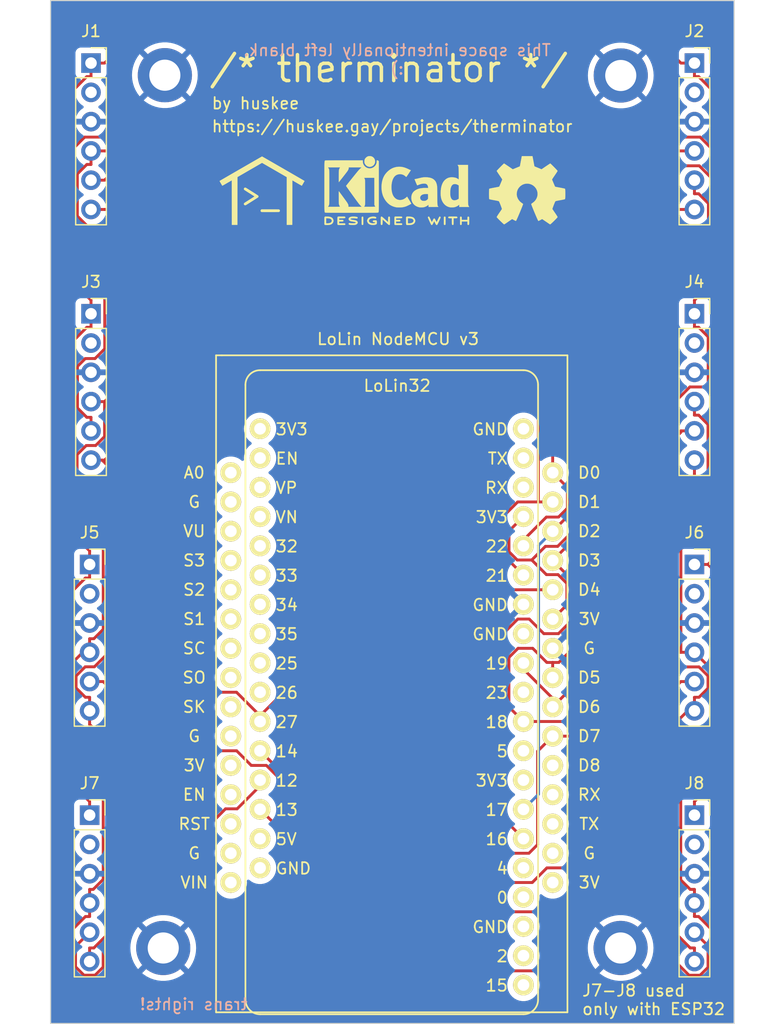
<source format=kicad_pcb>
(kicad_pcb (version 20221018) (generator pcbnew)

  (general
    (thickness 1.6)
  )

  (paper "A4")
  (title_block
    (title "therminator")
    (date "2023-12-25")
    (rev "v1")
    (company "huskee")
  )

  (layers
    (0 "F.Cu" signal)
    (31 "B.Cu" signal)
    (32 "B.Adhes" user "B.Adhesive")
    (33 "F.Adhes" user "F.Adhesive")
    (34 "B.Paste" user)
    (35 "F.Paste" user)
    (36 "B.SilkS" user "B.Silkscreen")
    (37 "F.SilkS" user "F.Silkscreen")
    (38 "B.Mask" user)
    (39 "F.Mask" user)
    (40 "Dwgs.User" user "User.Drawings")
    (41 "Cmts.User" user "User.Comments")
    (42 "Eco1.User" user "User.Eco1")
    (43 "Eco2.User" user "User.Eco2")
    (44 "Edge.Cuts" user)
    (45 "Margin" user)
    (46 "B.CrtYd" user "B.Courtyard")
    (47 "F.CrtYd" user "F.Courtyard")
    (48 "B.Fab" user)
    (49 "F.Fab" user)
    (50 "User.1" user)
    (51 "User.2" user)
    (52 "User.3" user)
    (53 "User.4" user)
    (54 "User.5" user)
    (55 "User.6" user)
    (56 "User.7" user)
    (57 "User.8" user)
    (58 "User.9" user)
  )

  (setup
    (stackup
      (layer "F.SilkS" (type "Top Silk Screen"))
      (layer "F.Paste" (type "Top Solder Paste"))
      (layer "F.Mask" (type "Top Solder Mask") (thickness 0.01))
      (layer "F.Cu" (type "copper") (thickness 0.035))
      (layer "dielectric 1" (type "core") (thickness 1.51) (material "FR4") (epsilon_r 4.5) (loss_tangent 0.02))
      (layer "B.Cu" (type "copper") (thickness 0.035))
      (layer "B.Mask" (type "Bottom Solder Mask") (thickness 0.01))
      (layer "B.Paste" (type "Bottom Solder Paste"))
      (layer "B.SilkS" (type "Bottom Silk Screen"))
      (copper_finish "None")
      (dielectric_constraints no)
    )
    (pad_to_mask_clearance 0)
    (aux_axis_origin 106.91 47.5)
    (pcbplotparams
      (layerselection 0x00010fc_ffffffff)
      (plot_on_all_layers_selection 0x0000000_00000000)
      (disableapertmacros false)
      (usegerberextensions false)
      (usegerberattributes true)
      (usegerberadvancedattributes true)
      (creategerberjobfile true)
      (dashed_line_dash_ratio 12.000000)
      (dashed_line_gap_ratio 3.000000)
      (svgprecision 4)
      (plotframeref false)
      (viasonmask false)
      (mode 1)
      (useauxorigin false)
      (hpglpennumber 1)
      (hpglpenspeed 20)
      (hpglpendiameter 15.000000)
      (dxfpolygonmode true)
      (dxfimperialunits true)
      (dxfusepcbnewfont true)
      (psnegative false)
      (psa4output false)
      (plotreference true)
      (plotvalue true)
      (plotinvisibletext false)
      (sketchpadsonfab false)
      (subtractmaskfromsilk false)
      (outputformat 1)
      (mirror false)
      (drillshape 1)
      (scaleselection 1)
      (outputdirectory "")
    )
  )

  (net 0 "")
  (net 1 "/3V3")
  (net 2 "unconnected-(J1-Pin_2-Pad2)")
  (net 3 "/GND")
  (net 4 "/POCI")
  (net 5 "/CS_A")
  (net 6 "/CLK")
  (net 7 "unconnected-(J2-Pin_2-Pad2)")
  (net 8 "/CS_B")
  (net 9 "/CS_C")
  (net 10 "unconnected-(J3-Pin_2-Pad2)")
  (net 11 "unconnected-(J4-Pin_2-Pad2)")
  (net 12 "/CS_D")
  (net 13 "unconnected-(J5-Pin_2-Pad2)")
  (net 14 "/CS_E")
  (net 15 "unconnected-(J6-Pin_2-Pad2)")
  (net 16 "/CS_F")
  (net 17 "unconnected-(U1-A0(ADC0)-Pad1)")
  (net 18 "unconnected-(U1-RSV-Pad2)")
  (net 19 "unconnected-(U1-RSV-Pad3)")
  (net 20 "unconnected-(U1-SD3(GPIO10)-Pad4)")
  (net 21 "unconnected-(U1-SD2(GPIO9)-Pad5)")
  (net 22 "unconnected-(U1-SD1(MOSI)-Pad6)")
  (net 23 "unconnected-(U1-CMD(CS)-Pad7)")
  (net 24 "unconnected-(U1-SDO(MISO)-Pad8)")
  (net 25 "unconnected-(U1-CLK(SCLK)-Pad9)")
  (net 26 "unconnected-(U1-GND-Pad10)")
  (net 27 "unconnected-(U1-3.3V-Pad11)")
  (net 28 "unconnected-(U1-EN-Pad12)")
  (net 29 "unconnected-(U1-RST-Pad13)")
  (net 30 "unconnected-(U1-GND-Pad14)")
  (net 31 "unconnected-(U1-VIN-Pad15)")
  (net 32 "unconnected-(U1-3.3V-Pad16)")
  (net 33 "unconnected-(U1-GND-Pad17)")
  (net 34 "unconnected-(U1-TX(GPIO1)-Pad18)")
  (net 35 "unconnected-(U1-RX(DPIO3)-Pad19)")
  (net 36 "unconnected-(U1-D8(GPIO15)-Pad20)")
  (net 37 "unconnected-(J7-Pin_2-Pad2)")
  (net 38 "/CS_G")
  (net 39 "unconnected-(J8-Pin_2-Pad2)")
  (net 40 "/CS_H")
  (net 41 "unconnected-(U2-15-Pad36)")
  (net 42 "unconnected-(U2-2-Pad35)")
  (net 43 "unconnected-(U2-GND-Pad34)")
  (net 44 "unconnected-(U2-0-Pad33)")
  (net 45 "unconnected-(U2-4-Pad32)")
  (net 46 "unconnected-(U2-3V3-Pad29)")
  (net 47 "unconnected-(U2-SS{slash}5{slash}LED-Pad28)")
  (net 48 "unconnected-(U2-MOSI{slash}23-Pad26)")
  (net 49 "unconnected-(U2-GND-Pad16)")
  (net 50 "unconnected-(U2-5V-Pad15)")
  (net 51 "unconnected-(U2-26-Pad10)")
  (net 52 "unconnected-(U2-25-Pad9)")
  (net 53 "unconnected-(U2-35-Pad8)")
  (net 54 "unconnected-(U2-34-Pad7)")
  (net 55 "unconnected-(U2-33-Pad6)")
  (net 56 "unconnected-(U2-32-Pad5)")
  (net 57 "unconnected-(U2-39{slash}VN-Pad4)")
  (net 58 "unconnected-(U2-36{slash}VP-Pad3)")
  (net 59 "unconnected-(U2-EN-Pad2)")
  (net 60 "unconnected-(U2-3V3-Pad1)")
  (net 61 "unconnected-(U2-GND-Pad24)")
  (net 62 "unconnected-(U2-RX-Pad19)")
  (net 63 "unconnected-(U2-TX-Pad18)")
  (net 64 "unconnected-(U2-GND-Pad17)")

  (footprint "Wemos:LoLin_32_Board_clean" (layer "F.Cu") (at 136.535 108.78))

  (footprint "Connector_PinSocket_2.54mm:PinSocket_1x06_P2.54mm_Vertical" (layer "F.Cu") (at 162.81 52.924))

  (footprint "Symbol:OSHW-Symbol_6.7x6mm_SilkScreen" (layer "F.Cu") (at 148.279041 63.97))

  (footprint "Connector_PinSocket_2.54mm:PinSocket_1x06_P2.54mm_Vertical" (layer "F.Cu") (at 162.81 74.674))

  (footprint "Connector_PinSocket_2.54mm:PinSocket_1x06_P2.54mm_Vertical" (layer "F.Cu") (at 162.81 118.174))

  (footprint "Connector_PinSocket_2.54mm:PinSocket_1x06_P2.54mm_Vertical" (layer "F.Cu") (at 110.31 118.175))

  (footprint "Connector_PinSocket_2.54mm:PinSocket_1x06_P2.54mm_Vertical" (layer "F.Cu") (at 110.43 52.924))

  (footprint "huskee:hackerspace_Logo_medium" (layer "F.Cu") (at 125.279041 63.47))

  (footprint "Connector_PinSocket_2.54mm:PinSocket_1x06_P2.54mm_Vertical" (layer "F.Cu") (at 110.31 96.4247))

  (footprint "MountingHole:MountingHole_2.7mm_M2.5_DIN965_Pad_TopBottom" (layer "F.Cu") (at 116.7 129.7))

  (footprint "MountingHole:MountingHole_2.7mm_M2.5_DIN965_Pad_TopBottom" (layer "F.Cu") (at 156.4 129.7))

  (footprint "ESP8266:NodeMCU-LoLinV3" (layer "F.Cu") (at 136.535 108.78))

  (footprint "MountingHole:MountingHole_2.7mm_M2.5_DIN965_Pad_TopBottom" (layer "F.Cu") (at 116.84 53.975))

  (footprint "Symbol:KiCad-Logo2_5mm_SilkScreen" (layer "F.Cu") (at 136.967196 63.97))

  (footprint "Connector_PinSocket_2.54mm:PinSocket_1x06_P2.54mm_Vertical" (layer "F.Cu") (at 162.81 96.424))

  (footprint "Connector_PinSocket_2.54mm:PinSocket_1x06_P2.54mm_Vertical" (layer "F.Cu") (at 110.43 74.6743))

  (footprint "MountingHole:MountingHole_2.7mm_M2.5_DIN965_Pad_TopBottom" (layer "F.Cu") (at 156.4132 54))

  (gr_rect (start 106.92 47.5) (end 166.26 136.25)
    (stroke (width 0.1) (type default)) (fill none) (layer "Edge.Cuts") (tstamp 69faf310-c0ca-4815-a2b8-b3049d725d49))
  (gr_text "This space intentionally left blank.\n:)" (at 137 54) (layer "B.SilkS") (tstamp 1128381b-7a30-4ea2-bf7f-731cb1f9e849)
    (effects (font (size 1 1) (thickness 0.15)) (justify bottom mirror))
  )
  (gr_text "trans rights!" (at 124.111974 135.168026) (layer "B.SilkS") (tstamp 474fa2ad-7695-4f8a-9388-630c585a2002)
    (effects (font (size 1 1) (thickness 0.15)) (justify left bottom mirror))
  )
  (gr_text "by huskee" (at 120.828193 57) (layer "F.SilkS") (tstamp 0df1709c-dc3c-43e3-84f2-a31870703e47)
    (effects (font (size 1 1) (thickness 0.15)) (justify left bottom))
  )
  (gr_text "LoLin32" (at 134 81.5) (layer "F.SilkS") (tstamp 29fe467d-d2e9-4dde-ba09-96a1d7e95078)
    (effects (font (size 1 1) (thickness 0.15)) (justify left bottom))
  )
  (gr_text "https://huskee.gay/projects/therminator" (at 120.828193 59) (layer "F.SilkS") (tstamp 2f688330-554f-431d-88c1-9a4c02cadafa)
    (effects (font (size 1 1) (thickness 0.15)) (justify left bottom))
  )
  (gr_text "/* therminator */" (at 120.546 54.73) (layer "F.SilkS") (tstamp 61dbc440-a29e-4591-81ae-6122767bba32)
    (effects (font (size 2.25 2.25) (thickness 0.3)) (justify left bottom))
  )
  (gr_text "LoLin NodeMCU v3" (at 129.96 77.45) (layer "F.SilkS") (tstamp 8fa6649d-a9f2-4f23-aa95-aee499cf95c5)
    (effects (font (size 1 1) (thickness 0.15)) (justify left bottom))
  )
  (gr_text "J7-J8 used \nonly with ESP32" (at 152.98 135.59) (layer "F.SilkS") (tstamp a2a890e7-32d2-420e-a705-ece27a8abf63)
    (effects (font (size 1 1) (thickness 0.15) bold) (justify left bottom))
  )

  (segment (start 159.2339 84.2007) (end 159.2339 86.558) (width 0.25) (layer "F.Cu") (net 1) (tstamp 0428df6e-4e01-43c3-b757-33ec884d957a))
  (segment (start 164.0007 81.024) (end 164.0007 76.6738) (width 0.25) (layer "F.Cu") (net 1) (tstamp 0935045c-0b83-4c06-b309-918fed58d0e3))
  (segment (start 164.8962 97.3333) (end 163.9869 96.424) (width 0.25) (layer "F.Cu") (net 1) (tstamp 0f38bba3-6238-4e5b-89ac-dc184a7bae6d))
  (segment (start 110.31 116.9981) (end 108.1998 114.8879) (width 0.25) (layer "F.Cu") (net 1) (tstamp 105a09ae-dc2d-4119-8c3b-07bfede43991))
  (segment (start 163.1778 54.1009) (end 165.4156 56.3387) (width 0.25) (layer "F.Cu") (net 1) (tstamp 14651865-6907-432c-ab5b-19514634912e))
  (segment (start 148.6876 96.0369) (end 147.4285 96.0369) (width 0.25) (layer "F.Cu") (net 1) (tstamp 14861dfa-5241-4639-b46d-f209b53749d2))
  (segment (start 146.7105 95.3189) (end 146.7105 93.5245) (width 0.25) (layer "F.Cu") (net 1) (tstamp 1823f39f-b4ec-495f-adc7-7d9713f7731a))
  (segment (start 110.43 74.6743) (end 110.43 74.0858) (width 0.25) (layer "F.Cu") (net 1) (tstamp 1e786c4c-41fe-41b7-8eba-3d64b38c1d02))
  (segment (start 108.7624 93.7002) (end 108.7624 77.151) (width 0.25) (layer "F.Cu") (net 1) (tstamp 21bc5c86-0dee-46ec-a36a-60c9d83f241e))
  (segment (start 165.4156 70.8915) (end 162.81 73.4971) (width 0.25) (layer "F.Cu") (net 1) (tstamp 24b0402c-dad6-4155-9500-0918546acf77))
  (segment (start 162.81 74.674) (end 162.81 73.4971) (width 0.25) (layer "F.Cu") (net 1) (tstamp 2b427921-ba29-46ba-9a79-bc92c8efbc5d))
  (segment (start 108.7624 77.151) (end 110.0622 75.8512) (width 0.25) (layer "F.Cu") (net 1) (tstamp 2ed3b2b6-3fcc-475a-a1bb-fdee07826cfb))
  (segment (start 147.4285 96.0369) (end 146.7105 95.3189) (width 0.25) (layer "F.Cu") (net 1) (tstamp 30b7e332-4218-4a58-85a1-422359a4d4a2))
  (segment (start 111.6069 52.924) (end 110.43 52.924) (width 0.25) (layer "F.Cu") (net 1) (tstamp 32940375-40d9-42be-8c5b-3b6269c1d086))
  (segment (start 110.43 74.0858) (end 110.43 73.4974) (width 0.25) (layer "F.Cu") (net 1) (tstamp 3362b5c0-94ca-46c6-9e8b-052f37a0dac4))
  (segment (start 163.9869 96.424) (end 164.4944 95.9165) (width 0.25) (layer "F.Cu") (net 1) (tstamp 33a3bbfa-045c-4bce-9e66-7ab8ffb538a4))
  (segment (start 151.7357 98.0701) (end 151.7357 99.9293) (width 0.25) (layer "F.Cu") (net 1) (tstamp 3cd0096b-c1d4-43da-ae6c-cc5c78168721))
  (segment (start 159.2339 86.558) (end 150.9388 94.8531) (width 0.25) (layer "F.Cu") (net 1) (tstamp 4629838c-fa18-41a1-a9d9-8460db90685b))
  (segment (start 110.31 95.2478) (end 108.7624 93.7002) (width 0.25) (layer "F.Cu") (net 1) (tstamp 48e7636f-22c1-42bc-9a04-7d0964b2fefb))
  (segment (start 110.0622 75.8512) (end 110.43 75.8512) (width 0.25) (layer "F.Cu") (net 1) (tstamp 4a1b041a-35ae-4848-83c5-728852c13a93))
  (segment (start 110.31 96.4247) (end 110.31 97.6016) (width 0.25) (layer "F.Cu") (net 1) (tstamp 52308351-1eb0-4fb2-9fa3-ef49d4841e2c))
  (segment (start 108.2799 71.3473) (end 110.43 73.4974) (width 0.25) (layer "F.Cu") (net 1) (tstamp 5822cbb4-d396-41ac-9fea-bfa6318a0f30))
  (segment (start 164.0007 76.6738) (end 163.1778 75.8509) (width 0.25) (layer "F.Cu") (net 1) (tstamp 5c7f99fe-d8fd-455d-8719-0103aa3fd9da))
  (segment (start 108.1998 114.8879) (end 108.1998 99.344) (width 0.25) (layer "F.Cu") (net 1) (tstamp 623c2233-2a82-48d7-967c-7db2016c3b09))
  (segment (start 148.6876 96.0369) (end 149.9576 97.3069) (width 0.25) (layer "F.Cu") (net 1) (tstamp 6c6345fb-f194-4ff3-aea0-1da005604b86))
  (segment (start 110.31 118.175) (end 110.31 116.9981) (width 0.25) (layer "F.Cu") (net 1) (tstamp 70a05fe6-af12-4829-9d9f-2b293880dff8))
  (segment (start 110.0621 54.1009) (end 108.2799 55.8831) (width 0.25) (layer "F.Cu") (net 1) (tstamp 786ff98a-d4e5-4c1b-bf8b-ab3529c3ae48))
  (segment (start 110.43 74.6743) (end 110.43 75.8512) (width 0.25) (layer "F.Cu") (net 1) (tstamp 7d593724-ad6f-4c5c-b0db-da26048ac8f4))
  (segment (start 149.8714 94.8531) (end 148.6876 96.0369) (width 0.25) (layer "F.Cu") (net 1) (tstamp 82ba7665-4c75-460a-858d-75d1a401d984))
  (segment (start 109.9422 97.6016) (end 110.31 97.6016) (width 0.25) (layer "F.Cu") (net 1) (tstamp 87ce0e44-95d7-4b19-a9c9-69d8aa9d9531))
  (segment (start 110.31 96.4247) (end 110.31 95.2478) (width 0.25) (layer "F.Cu") (net 1) (tstamp 8e176cdd-7945-401a-9e21-e258a9e18770))
  (segment (start 164.4944 81.5177) (end 164.0007 81.024) (width 0.25) (layer "F.Cu") (net 1) (tstamp 8ebcce82-13f9-439e-bc0e-fd167c44a440))
  (segment (start 163.1778 75.8509) (end 162.81 75.8509) (width 0.25) (layer "F.Cu") (net 1) (tstamp 93eb8130-0381-4919-a9a6-18443deedace))
  (segment (start 162.81 52.924) (end 161.6331 52.924) (width 0.25) (layer "F.Cu") (net 1) (tstamp 9c77a80c-bd71-4d7e-bfbf-401e5a0d8375))
  (segment (start 164.0007 81.024) (end 162.4106 81.024) (width 0.25) (layer "F.Cu") (net 1) (tstamp a87a6609-b12b-4326-8417-8a53fced9ca8))
  (segment (start 110.43 52.924) (end 110.43 54.1009) (width 0.25) (layer "F.Cu") (net 1) (tstamp ae04e40d-03d4-4a50-a9a7-29e165a6e49e))
  (segment (start 108.2799 55.8831) (end 108.2799 71.3473) (width 0.25) (layer "F.Cu") (net 1) (tstamp ae33bb74-b6e1-4d03-aa5e-14716da052b8))
  (segment (start 113.7309 50.8) (end 111.6069 52.924) (width 0.25) (layer "F.Cu") (net 1) (tstamp aed9f290-d2b5-49b2-9259-116315e37608))
  (segment (start 151.7357 99.9293) (end 150.505 101.16) (width 0.25) (layer "F.Cu") (net 1) (tstamp b2bd891a-5423-40c1-abdb-f398c9c14303))
  (segment (start 146.7105 93.5245) (end 147.965 92.27) (width 0.25) (layer "F.Cu") (net 1) (tstamp b2fe6ae4-e802-4374-a084-931a4669161f))
  (segment (start 110.43 54.1009) (end 110.0621 54.1009) (width 0.25) (layer "F.Cu") (net 1) (tstamp b4279828-e9b4-468e-ba15-efa867598612))
  (segment (start 164.4944 95.9165) (end 164.4944 81.5177) (width 0.25) (layer "F.Cu") (net 1) (tstamp b4911b40-c42b-4deb-a2a2-7050b58ecb83))
  (segment (start 162.81 54.1009) (end 163.1778 54.1009) (width 0.25) (layer "F.Cu") (net 1) (tstamp c1f7afa7-5c9f-4487-ac57-44b6989d470b))
  (segment (start 164.8962 114.9109) (end 164.8962 97.3333) (width 0.25) (layer "F.Cu") (net 1) (tstamp c54a7050-f244-41e5-bfc9-246c2e4fe994))
  (segment (start 162.81 116.9971) (end 164.8962 114.9109) (width 0.25) (layer "F.Cu") (net 1) (tstamp c71d4f60-249e-453a-942c-8e6cec7d8e84))
  (segment (start 150.9388 94.8531) (end 149.8714 94.8531) (width 0.25) (layer "F.Cu") (net 1) (tstamp cb09e3ce-c7bd-4387-ae3a-b904af319c03))
  (segment (start 108.1998 99.344) (end 109.9422 97.6016) (width 0.25) (layer "F.Cu") (net 1) (tstamp cb2fce39-4ca4-479a-bb5a-c90fcec56af0))
  (segment (start 159.5091 50.8) (end 113.7309 50.8) (width 0.25) (layer "F.Cu") (net 1) (tstamp cc93afef-bd93-490b-8ee4-b62e62c94739))
  (segment (start 162.4106 81.024) (end 159.2339 84.2007) (width 0.25) (layer "F.Cu") (net 1) (tstamp d325a412-cfac-4b91-a976-be675bec2965))
  (segment (start 165.4156 56.3387) (end 165.4156 70.8915) (width 0.25) (layer "F.Cu") (net 1) (tstamp d32f3f15-b939-40d9-8352-50795ca4968c))
  (segment (start 162.81 118.174) (end 162.81 116.9971) (width 0.25) (layer "F.Cu") (net 1) (tstamp de4ef767-386e-4590-bf1f-b4d3e4dadb24))
  (segment (start 150.9725 97.3069) (end 151.7357 98.0701) (width 0.25) (layer "F.Cu") (net 1) (tstamp e6831d21-c9f0-439d-bea1-bd838049fb0b))
  (segment (start 161.6331 52.924) (end 159.5091 50.8) (width 0.25) (layer "F.Cu") (net 1) (tstamp e99e8400-3d2c-4ec6-91af-8a6651b59057))
  (segment (start 162.81 74.674) (end 162.81 75.8509) (width 0.25) (layer "F.Cu") (net 1) (tstamp f16e5608-d39f-4cc1-ad3d-6ac531cb2b31))
  (segment (start 162.81 52.924) (end 162.81 54.1009) (width 0.25) (layer "F.Cu") (net 1) (tstamp f33ab8cb-412e-4c69-a44e-3e6e723a4783))
  (segment (start 149.9576 97.3069) (end 150.9725 97.3069) (width 0.25) (layer "F.Cu") (net 1) (tstamp fa8a89a3-e84b-4bed-ab2f-1eb51df34d71))
  (segment (start 162.81 96.424) (end 163.9869 96.424) (width 0.25) (layer "F.Cu") (net 1) (tstamp fc077d54-377f-4a3e-b269-f69450789cee))
  (segment (start 108.6335 128.2826) (end 108.6335 131.5206) (width 0.25) (layer "F.Cu") (net 4) (tstamp 005783b0-be70-4b6f-bfdf-6cd3d5c5e4df))
  (segment (start 109.243 62.5421) (end 110.0642 61.7209) (width 0.25) (layer "F.Cu") (net 4) (tstamp 070539e5-0c0a-4f4f-acc1-d29bfd8a1167))
  (segment (start 164.4415 131.5653) (end 164.4415 128.2389) (width 0.25) (layer "F.Cu") (net 4) (tstamp 0f6cc099-7ab5-4691-b09e-e7f79e650a50))
  (segment (start 162.81 83.4709) (end 163.1758 83.4709) (width 0.25) (layer "F.Cu") (net 4) (tstamp 101fb937-b466-4a9f-932b-3908dfc55c12))
  (segment (start 111.6069 82.2943) (end 112.0925 81.8087) (width 0.25) (layer "F.Cu") (net 4) (tstamp 14e7c295-b2aa-462f-92ca-4462d357f6bc))
  (segment (start 109.2232 89.0351) (end 109.2232 86.8946) (width 0.25) (layer "F.Cu") (net 4) (tstamp 163f7195-63cc-4b91-b1f8-fec5b8459d77))
  (segment (start 162.81 124.6171) (end 162.4441 124.6171) (width 0.25) (layer "F.Cu") (net 4) (tstamp 27c514ea-4bd4-4082-a153-3ba41c6f4444))
  (segment (start 162.81 60.544) (end 111.6069 60.544) (width 0.25) (layer "F.Cu") (net 4) (tstamp 29f18985-0fb5-4080-9a69-f5ab92df6c65))
  (segment (start 110.0642 61.7209) (end 110.43 61.7209) (width 0.25) (layer "F.Cu") (net 4) (tstamp 2a567a3a-d9d0-4b38-8f12-1266077abe8f))
  (segment (start 110.43 60.544) (end 110.43 61.7209) (width 0.25) (layer "F.Cu") (net 4) (tstamp 2a9a9dea-ff65-4a19-b2a2-fb37ab1395f1))
  (segment (start 150.8748 108.4102) (end 155.241 104.044) (width 0.25) (layer "F.Cu") (net 4) (tstamp 2b6bf568-ea57-437d-b023-87dfb33d578a))
  (segment (start 110.31 103.4562) (end 108.6788 105.0874) (width 0.25) (layer "F.Cu") (net 4) (tstamp 38e26d91-4492-4e8b-80ba-de15e868838e))
  (segment (start 110.31 103.4562) (end 110.31 102.8678) (width 0.25) (layer "F.Cu") (net 4) (tstamp 42785e33-a78a-4d25-afab-3c6dde47b97a))
  (segment (start 163.9869 84.282) (end 163.9869 92.7352) (width 0.25) (layer "F.Cu") (net 4) (tstamp 42c69fab-7393-41e3-95a7-67f7e536cedf))
  (segment (start 109.9442 126.9719) (end 108.6335 128.2826) (width 0.25) (layer "F.Cu") (net 4) (tstamp 44f4cf64-e1f5-404d-87d7-375ab3b96370))
  (segment (start 111.4908 91.3027) (end 109.2232 89.0351) (width 0.25) (layer "F.Cu") (net 4) (tstamp 460c8c43-3681-4edc-a90e-e50449468586))
  (segment (start 164.4388 113.3977) (end 164.4388 105.6728) (width 0.25) (layer "F.Cu") (net 4) (tstamp 47eb6569-388d-4197-811d-e8997326e3bb))
  (segment (start 161.6213 123.7943) (end 161.6213 116.2152) (width 0.25) (layer "F.Cu") (net 4) (tstamp 535dd281-de87-47ea-bd20-6f6000ad2ec6))
  (segment (start 110.6778 102.8678) (end 111.4908 102.0548) (width 0.25) (layer "F.Cu") (net 4) (tstamp 54a5ffea-c82e-4c4c-acc6-7f20efc73796))
  (segment (start 110.43 60.544) (end 111.6069 60.544) (width 0.25) (layer "F.Cu") (net 4) (tstamp 59408f9c-a6d3-4da2-b24a-e3603d6845ae))
  (segment (start 112.0925 81.8087) (end 112.0925 69.0483) (width 0.25) (layer "F.Cu") (net 4) (tstamp 5aa7b1d8-3c4d-40a8-b16e-2efa44f2f656))
  (segment (start 147.965 105.5004) (end 147.965 104.97) (width 0.25) (layer "F.Cu") (net 4) (tstamp 5cdeac8d-4520-4b87-b59c-cac203aea9c0))
  (segment (start 110.8338 86.1043) (end 111.6069 85.3312) (width 0.25) (layer "F.Cu") (net 4) (tstamp 611f4ef8-cbaa-409b-ae83-126351ce6123))
  (segment (start 164.4415 128.2389) (end 163.1735 126.9709) (width 0.25) (layer "F.Cu") (net 4) (tstamp 614c93cd-33eb-46b6-ab3c-8b1813f70ae8))
  (segment (start 110.31 104.0447) (end 110.31 103.4562) (width 0.25) (layer "F.Cu") (net 4) (tstamp 640060af-1bc0-4f15-9ba5-b917ec0529c0))
  (segment (start 163.9869 92.7352) (end 161.6331 95.089) (width 0.25) (layer "F.Cu") (net 4) (tstamp 701a9f09-53ac-401e-b866-99f14d7fa74d))
  (segment (start 162.81 82.294) (end 162.81 83.4709) (width 0.25) (layer "F.Cu") (net 4) (tstamp 70422dd7-dce7-4806-86c1-f2dfcfbe4b29))
  (segment (start 109.6253 133.35) (end 131.0497 133.35) (width 0.25) (layer "F.Cu") (net 4) (tstamp 718abf56-4135-49bd-9944-633fad0845f3))
  (segment (start 110.0135 86.1043) (end 110.8338 86.1043) (width 0.25) (layer "F.Cu") (net 4) (tstamp 75019f6f-565f-4acf-b5b9-11dd00a1380e))
  (segment (start 163.1758 83.4709) (end 163.9869 84.282) (width 0.25) (layer "F.Cu") (net 4) (tstamp 7aff09aa-a8cd-46bd-b4ef-2e57827e0f18))
  (segment (start 150.505 108.78) (end 150.8748 108.4102) (width 0.25) (layer "F.Cu") (net 4) (tstamp 7b2a2893-e535-43ed-9bac-2b859d229be9))
  (segment (start 110.31 126.3834) (end 110.31 125.795) (width 0.25) (layer "F.Cu") (net 4) (tstamp 80f4cf99-20c2-4d7a-8428-61e190432063))
  (segment (start 162.4441 124.6171) (end 161.6213 123.7943) (width 0.25) (layer "F.Cu") (net 4) (tstamp 85467910-0cd3-43f3-a908-6251810b2181))
  (segment (start 161.6213 116.2152) (end 164.4388 113.3977) (width 0.25) (layer "F.Cu") (net 4) (tstamp 8daf71f5-4fd7-4ec9-b151-08b71c6845ae))
  (segment (start 162.5319 104.044) (end 162.81 104.044) (width 0.25) (layer "F.Cu") (net 4) (tstamp 99c98637-0e41-489e-97cb-626d1ff71588))
  (segment (start 153.4944 131.6831) (end 155.1613 133.35) (width 0.25) (layer "F.Cu") (net 4) (tstamp 99d15855-582c-4b78-84b3-dab1bb839494))
  (segment (start 111.6069 85.3312) (end 111.6069 82.2943) (width 0.25) (layer "F.Cu") (net 4) (tstamp a512272d-a3fc-4d1c-95c5-84f5450230d7))
  (segment (start 110.31 126.3834) (end 110.31 126.9719) (width 0.25) (layer "F.Cu") (net 4) (tstamp aa7464a5-a239-4330-975b-19ca4ed58a98))
  (segment (start 150.8748 108.4102) (end 147.965 105.5004) (width 0.25) (layer "F.Cu") (net 4) (tstamp ab1e7776-a294-43dd-b469-855fd5467bde))
  (segment (start 108.6788 105.0874) (end 108.6788 112.7157) (width 0.25) (layer "F.Cu") (net 4) (tstamp ac340f12-8c68-4a6f-be7c-e93d9a76f019))
  (segment (start 162.81 125.794) (end 162.81 124.6171) (width 0.25) (layer "F.Cu") (net 4) (tstamp accc6757-d49c-480b-bc0a-af5b6357cf30))
  (segment (start 108.6335 131.5206) (end 109.6253 132.5124) (width 0.25) (layer "F.Cu") (net 4) (tstamp ae46501e-6d04-4b46-822a-f2e26ed96e63))
  (segment (start 111.4891 115.526) (end 111.4891 123.7476) (width 0.25) (layer "F.Cu") (net 4) (tstamp af20c028-bd29-4c9c-88ca-813cf9048f96))
  (segment (start 108.6788 112.7157) (end 111.4891 115.526) (width 0.25) (layer "F.Cu") (net 4) (tstamp af2cef23-7042-493a-854c-5bfe5c9f5bb2))
  (segment (start 162.5319 104.044) (end 161.6331 104.044) (width 0.25) (layer "F.Cu") (net 4) (tstamp b4416555-4ea8-46f3-855b-dedf8a923290))
  (segment (start 132.7166 131.6831) (end 153.4944 131.6831) (width 0.25) (layer "F.Cu") (net 4) (tstamp bba79482-6081-46ad-a2b5-df9a91a66fd2))
  (segment (start 163.1735 126.9709) (end 162.81 126.9709) (width 0.25) (layer "F.Cu") (net 4) (tstamp bc68ffee-00ff-4749-9a64-a0e9e9eac253))
  (segment (start 131.0497 133.35) (end 132.7166 131.6831) (width 0.25) (layer "F.Cu") (net 4) (tstamp c410facb-0595-4729-9459-4b076593b1cf))
  (segment (start 164.4388 105.6728) (end 162.81 104.044) (width 0.25) (layer "F.Cu") (net 4) (tstamp c44d9fd3-259c-4723-ab30-00a7b394f124))
  (segment (start 111.4891 123.7476) (end 110.6186 124.6181) (width 0.25) (layer "F.Cu") (net 4) (tstamp c67203f6-2122-4f6b-8116-074fd09f4ec1))
  (segment (start 110.31 102.8678) (end 110.6778 102.8678) (width 0.25) (layer "F.Cu") (net 4) (tstamp c761205b-1e61-473a-a087-c12327cb3d19))
  (segment (start 110.31 125.795) (end 110.31 124.6181) (width 0.25) (layer "F.Cu") (net 4) (tstamp cc3b5133-1e99-4580-8867-d7657b124d90))
  (segment (start 109.243 66.1988) (end 109.243 62.5421) (width 0.25) (layer "F.Cu") (net 4) (tstamp cd00e99c-230d-4e03-a688-ccbc9d60c636))
  (segment (start 109.2232 86.8946) (end 110.0135 86.1043) (width 0.25) (layer "F.Cu") (net 4) (tstamp d1ab7df6-978d-418d-97fb-293ffd7e6a05))
  (segment (start 110.43 82.2943) (end 111.6069 82.2943) (width 0.25) (layer "F.Cu") (net 4) (tstamp da2d328e-2b3f-4ea0-ac7a-14210591c180))
  (segment (start 162.81 126.9709) (end 162.81 125.794) (width 0.25) (layer "F.Cu") (net 4) (tstamp e3f3f395-d94a-4855-9411-f964202c8e7d))
  (segment (start 155.1613 133.35) (end 162.6568 133.35) (width 0.25) (layer "F.Cu") (net 4) (tstamp e4ad178c-1c7a-473e-9dc1-396c0d705e3c))
  (segment (start 161.6331 95.089) (end 161.6331 104.044) (width 0.25) (layer "F.Cu") (net 4) (tstamp e79f53c6-77ff-462f-82a0-d05c6b33a041))
  (segment (start 110.6186 124.6181) (end 110.31 124.6181) (width 0.25) (layer "F.Cu") (net 4) (tstamp f139637c-9412-4014-9fa5-58942c870a6a))
  (segment (start 155.241 104.044) (end 161.6331 104.044) (width 0.25) (layer "F.Cu") (net 4) (tstamp f1ebfeb0-5929-4d88-ad8a-5dc3201ac939))
  (segment (start 162.6568 133.35) (end 164.4415 131.5653) (width 0.25) (layer "F.Cu") (net 4) (tstamp f37d3024-bf82-4798-a782-3d576dba4857))
  (segment (start 110.31 126.9719) (end 109.9442 126.9719) (width 0.25) (layer "F.Cu") (net 4) (tstamp f9ba6b5d-3d38-42ae-b5b9-f436687fb352))
  (segment (start 111.4908 102.0548) (end 111.4908 91.3027) (width 0.25) (layer "F.Cu") (net 4) (tstamp fa57339e-9942-4845-8933-4c7087a17d0c))
  (segment (start 112.0925 69.0483) (end 109.243 66.1988) (width 0.25) (layer "F.Cu") (net 4) (tstamp fee787b8-96d0-4781-a12f-b78bb10b5947))
  (segment (start 150.505 88.46) (end 151.7804 89.7354) (width 0.25) (layer "F.Cu") (net 5) (tstamp 00f949fd-bc2a-43c9-a225-5d50485b9e9a))
  (segment (start 151.7804 89.7354) (end 151.7804 91.5427) (width 0.25) (layer "F.Cu") (net 5) (tstamp 3e523dfb-9708-460e-bb73-6301701f875b))
  (segment (start 149.9575 92.3131) (end 147.965 94.3056) (width 0.25) (layer "F.Cu") (net 5) (tstamp 3fe1fdba-1c6a-4843-b98a-9b6d492d274b))
  (segment (start 112.8564 61.8345) (end 163.2279 61.8345) (width 0.25) (layer "F.Cu") (net 5) (tstamp 43306f0c-9e61-4ef0-9269-72d730dbac9f))
  (segment (start 147.965 94.3056) (end 147.965 94.81) (width 0.25) (layer "F.Cu") (net 5) (tstamp 442a5096-6e9a-494a-ac2e-3340ced2320c))
  (segment (start 164.5118 67.0081) (end 150.505 81.0149) (width 0.25) (layer "F.Cu") (net 5) (tstamp 46cdd75e-4c9b-489f-bea1-9a66a07f6957))
  (segment (start 163.2279 61.8345) (end 164.5118 63.1184) (width 0.25) (layer "F.Cu") (net 5) (tstamp 492ad84c-edee-4022-b591-60a2e57fdd68))
  (segment (start 150.505 81.0149) (end 150.505 88.46) (width 0.25) (layer "F.Cu") (net 5) (tstamp 529f5b3c-5ea3-4498-8157-8afca94a5b56))
  (segment (start 151.01 92.3131) (end 149.9575 92.3131) (width 0.25) (layer "F.Cu") (net 5) (tstamp 6d992a07-04af-48bf-abeb-d1866dbbb256))
  (segment (start 151.7804 91.5427) (end 151.01 92.3131) (width 0.25) (layer "F.Cu") (net 5) (tstamp 70b87a2f-fbe2-46e0-8656-461f65a0a8c0))
  (segment (start 110.43 63.084) (end 111.6069 63.084) (width 0.25) (layer "F.Cu") (net 5) (tstamp a9a3803a-9dac-4356-aa66-62a810e00bda))
  (segment (start 164.5118 63.1184) (end 164.5118 67.0081) (width 0.25) (layer "F.Cu") (net 5) (tstamp d1db3f2d-cf98-4439-8080-018ecd39b107))
  (segment (start 111.6069 63.084) (end 112.8564 61.8345) (width 0.25) (layer "F.Cu") (net 5) (tstamp fb3adc37-17f3-4193-8804-d30433614c33))
  (segment (start 112.5984 127.7755) (end 110.6758 129.6981) (width 0.25) (layer "F.Cu") (net 6) (tstamp 01841720-7902-4b23-af2b-c478772969a4))
  (segment (start 158.3131 122.75) (end 158.3131 113.0324) (width 0.25) (layer "F.Cu") (net 6) (tstamp 05a78433-506d-47e3-b1ef-d0f1e2a64821))
  (segment (start 149.9969 104.9269) (end 150.505 104.9269) (width 0.25) (layer "F.Cu") (net 6) (tstamp 0d23a52d-c92f-4a2d-a7a2-fb9b050a234d))
  (segment (start 158.3131 125.566) (end 162.4442 129.6971) (width 0.25) (layer "F.Cu") (net 6) (tstamp 0ffadf35-c57b-433a-b307-8c7f46d86a5b))
  (segment (start 125.6532 113.86) (end 135.8132 124.02) (width 0.25) (layer "F.Cu") (net 6) (tstamp 10df28a7-bf9b-48ea-bfe0-4879e24525be))
  (segment (start 157.5232 105.314) (end 152.7872 110.05) (width 0.25) (layer "F.Cu") (net 6) (tstamp 176a7866-0c96-4b47-96ec-8cc4a6d4389b))
  (segment (start 148.7307 124.02) (end 150.0007 122.75) (width 0.25) (layer "F.Cu") (net 6) (tstamp 210aa233-2d80-4986-845d-f221aa84c03e))
  (segment (start 111.6069 87.3743) (end 112.5444 86.4368) (width 0.25) (layer "F.Cu") (net 6) (tstamp 24ad08a5-14e5-4654-9899-43530e68933c))
  (segment (start 162.81 87.374) (end 162.81 88.5509) (width 0.25) (layer "F.Cu") (net 6) (tstamp 25dc057f-79f2-46f1-a98c-a3df9081dd40))
  (segment (start 147.4968 103.7002) (end 148.7702 103.7002) (width 0.25) (layer "F.Cu") (net 6) (tstamp 29321dc1-d294-4fbf-86d8-2de705314023))
  (segment (start 162.81 93.1566) (end 151.0397 104.9269) (width 0.25) (layer "F.Cu") (net 6) (tstamp 2b2fe534-8c27-463c-8577-2e0a26b4fe78))
  (segment (start 158.3131 113.0324) (end 162.81 108.5355) (width 0.25) (layer "F.Cu") (net 6) (tstamp 3490a13b-aa96-44e3-bdd3-e45e8dc09205))
  (segment (start 110.6758 129.6981) (end 110.31 129.6981) (width 0.25) (layer "F.Cu") (net 6) (tstamp 36ba387c-7377-4774-b2a8-9424c1ec9a0c))
  (segment (start 110.5426 65.624) (end 110.43 65.624) (width 0.25) (layer "F.Cu") (net 6) (tstamp 4e6ff9cd-32e8-4252-b99f-79990c6b0360))
  (segment (start 110.31 109.1247) (end 110.31 110.3016) (width 0.25) (layer "F.Cu") (net 6) (tstamp 509aa272-9e3d-4739-aed2-cf1619922c64))
  (segment (start 112.5444 86.4368) (end 112.5444 65.624) (width 0.25) (layer "F.Cu") (net 6) (tstamp 51cf6345-58cb-4c0e-9540-99594f363820))
  (segment (start 110.31 130.875) (end 110.31 129.6981) (width 0.25) (layer "F.Cu") (net 6) (tstamp 554e88e8-d03a-4ef0-a2ad-18c1bc32a32b))
  (segment (start 110.31 107.9478) (end 109.9421 107.9478) (width 0.25) (layer "F.Cu") (net 6) (tstamp 55c81e65-d7e0-4a7e-9470-cc02c3662a87))
  (segment (start 112.5444 65.624) (end 111.6069 65.624) (width 0.25) (layer "F.Cu") (net 6) (tstamp 610c2b49-2de3-4d76-91da-b41cdd156579))
  (segment (start 147.965 110.05) (end 146.7055 108.7905) (width 0.25) (layer "F.Cu") (net 6) (tstamp 64c8b59b-9c30-49d2-ae6d-a9a18ce1f0f1))
  (segment (start 111.9938 87.9682) (end 111.3999 87.3743) (width 0.25) (layer "F.Cu") (net 6) (tstamp 672c7dfa-90fc-4f13-8e98-6a848d5bd012))
  (segment (start 109.1331 107.1388) (end 109.1331 106.0961) (width 0.25) (layer "F.Cu") (net 6) (tstamp 67e0b463-2780-4fe7-84bf-1dda31d022e4))
  (segment (start 148.7702 103.7002) (end 149.9969 104.9269) (width 0.25) (layer "F.Cu") (net 6) (tstamp 73277d79-d628-4b45-8a18-662df381af68))
  (segment (start 162.81 88.5509) (end 162.81 93.1566) (width 0.25) (layer "F.Cu") (net 6) (tstamp 7bb4a619-5f77-49b8-b96f-dced8b8369ae))
  (segment (start 162.81 107.9471) (end 163.2044 107.9471) (width 0.25) (layer "F.Cu") (net 6) (tstamp 81a3c06b-8c7e-4a08-ab04-532ce2327276))
  (segment (start 163.2055 105.314) (end 157.5232 105.314) (width 0.25) (layer "F.Cu") (net 6) (tstamp 8879ee3d-b948-4300-b236-f5077aad6d98))
  (segment (start 110.31 110.3016) (end 112.5984 112.59) (width 0.25) (layer "F.Cu") (net 6) (tstamp 8a5c4887-5afb-46c4-90aa-cc97f6d17c56))
  (segment (start 146.7055 104.4915) (end 147.4968 103.7002) (width 0.25) (layer "F.Cu") (net 6) (tstamp 9167269b-8502-4df1-ad1e-277ef9e9ea82))
  (segment (start 109.1331 106.0961) (end 109.9246 105.3046) (width 0.25) (layer "F.Cu") (net 6) (tstamp 9785ba6c-a555-481d-bfd5-feecc6be263e))
  (segment (start 163.9869 107.1646) (end 163.9869 106.0954) (width 0.25) (layer "F.Cu") (net 6) (tstamp 98fdaa5a-c098-4d0d-8da1-098789b45cd1))
  (segment (start 112.5984 112.59) (end 123.0693 112.59) (width 0.25) (layer "F.Cu") (net 6) (tstamp 9ef95d5e-0ffe-49ba-99e0-f3bc8edf0a8e))
  (segment (start 110.5426 65.624) (end 111.6069 65.624) (width 0.25) (layer "F.Cu") (net 6) (tstamp a74b56ca-c571-4383-8f50-7e5a1e2b0b04))
  (segment (start 158.3131 122.75) (end 158.3131 125.566) (width 0.25) (layer "F.Cu") (net 6) (tstamp a7fb6f2a-c6ee-435b-9c06-5f8020206ded))
  (segment (start 124.3393 113.86) (end 125.6532 113.86) (width 0.25) (layer "F.Cu") (net 6) (tstamp a92ef0fb-5735-46f0-8f28-37b118bb0b6f))
  (segment (start 110.43 87.3743) (end 111.3999 87.3743) (width 0.25) (layer "F.Cu") (net 6) (tstamp ac4d700a-1cf1-4ae8-b15f-ed9a39066a36))
  (segment (start 162.4442 129.6971) (end 162.81 129.6971) (width 0.25) (layer "F.Cu") (net 6) (tstamp ac74eca9-a911-4839-9519-00e818a43257))
  (segment (start 135.8132 124.02) (end 148.7307 124.02) (width 0.25) (layer "F.Cu") (net 6) (tstamp b647f9dc-35e3-4bce-9cc3-853bd789ed00))
  (segment (start 152.7872 110.05) (end 147.965 110.05) (width 0.25) (layer "F.Cu") (net 6) (tstamp b8e07b96-70c1-450e-87ed-d98b381a96f2))
  (segment (start 111.9938 104.0346) (end 111.9938 87.9682) (width 0.25) (layer "F.Cu") (net 6) (tstamp bb792097-bf34-49e5-a5f4-2914bb63c672))
  (segment (start 162.81 108.5355) (end 162.81 107.9471) (width 0.25) (layer "F.Cu") (net 6) (tstamp bbc0392b-5ab3-4593-8b0e-8ae159bd90ba))
  (segment (start 109.9421 107.9478) (end 109.1331 107.1388) (width 0.25) (layer "F.Cu") (net 6) (tstamp c5649b8a-452f-4bd2-a2dc-2b78424595b5))
  (segment (start 150.0007 122.75) (end 158.3131 122.75) (width 0.25) (layer "F.Cu") (net 6) (tstamp c776c0a7-24d5-42a6-977a-d6cb95001cde))
  (segment (start 110.31 109.1247) (end 110.31 107.9478) (width 0.25) (layer "F.Cu") (net 6) (tstamp c9a9724e-b4fc-4f55-9037-abb38ccd3799))
  (segment (start 150.505 106.24) (end 150.505 104.9269) (width 0.25) (layer "F.Cu") (net 6) (tstamp c9ccbc39-fd0d-4066-b614-9dc714b9a178))
  (segment (start 112.5984 112.59) (end 112.5984 127.7755) (width 0.25) (layer "F.Cu") (net 6) (tstamp cc22708b-7d71-40e9-8e53-813b31e6d13d))
  (segment (start 111.3999 87.3743) (end 111.6069 87.3743) (width 0.25) (layer "F.Cu") (net 6) (tstamp cfc1e034-357b-4adb-98b9-84667d19ac2d))
  (segment (start 110.7238 105.3046) (end 111.9938 104.0346) (width 0.25) (layer "F.Cu") (net 6) (tstamp d76193bd-5898-456b-9cad-5d7a7c8613de))
  (segment (start 163.9869 106.0954) (end 163.2055 105.314) (width 0.25) (layer "F.Cu") (net 6) (tstamp e135acc7-7218-4c0e-9153-d2acc9962054))
  (segment (start 162.81 65.624) (end 112.5444 65.624) (width 0.25) (layer "F.Cu") (net 6) (tstamp e5421fdf-0912-4a7c-871d-337c53969728))
  (segment (start 109.9246 105.3046) (end 110.7238 105.3046) (width 0.25) (layer "F.Cu") (net 6) (tstamp e5b49650-c86c-4970-af9a-7e1735ff1880))
  (segment (start 123.0693 112.59) (end 124.3393 113.86) (width 0.25) (layer "F.Cu") (net 6) (tstamp e93a6452-f1db-4b55-97f5-86464ef655db))
  (segment (start 162.81 109.124) (end 162.81 108.5355) (width 0.25) (layer "F.Cu") (net 6) (tstamp eb52623b-c094-4640-8ebc-398fc72f9f30))
  (segment (start 163.2044 107.9471) (end 163.9869 107.1646) (width 0.25) (layer "F.Cu") (net 6) (tstamp f2ebbd4d-3748-4696-b0c6-8365c268ff09))
  (segment (start 151.0397 104.9269) (end 150.505 104.9269) (width 0.25) (layer "F.Cu") (net 6) (tstamp f2fb583d-c4e0-4cab-a832-a9ad0f5227bd))
  (segment (start 146.7055 108.7905) (end 146.7055 104.4915) (width 0.25) (layer "F.Cu") (net 6) (tstamp fb8c8352-121b-4ed7-a99f-aa943aff028b))
  (segment (start 162.81 130.874) (end 162.81 129.6971) (width 0.25) (layer "F.Cu") (net 6) (tstamp fc05a1cb-c27b-49ee-9a42-543327b15f32))
  (segment (start 147.4636 91) (end 146.2586 92.205) (width 0.25) (layer "F.Cu") (net 8) (tstamp 0e4fb399-2dfa-4330-8950-7b53a21a04db))
  (segment (start 164.023 66.6919) (end 164.023 65.1081) (width 0.25) (layer "F.Cu") (net 8) (tstamp 28e9b92f-02a0-4f36-8144-d8eca2a25d87))
  (segment (start 146.2586 92.205) (end 146.2586 95.6436) (width 0.25) (layer "F.Cu") (net 8) (tstamp 31c4b899-a1f5-465f-8f12-9c33b1b32a8a))
  (segment (start 164.023 65.1081) (end 163.1758 64.2609) (width 0.25) (layer "F.Cu") (net 8) (tstamp 35352b1f-09c5-4ab0-ab77-cdce05f95f31))
  (segment (start 162.81 63.084) (end 162.81 64.2609) (width 0.25) (layer "F.Cu") (net 8) (tstamp 557b04f0-1c1c-4b1e-af25-3ae99b702b11))
  (segment (start 163.1758 64.2609) (end 162.81 64.2609) (width 0.25) (layer "F.Cu") (net 8) (tstamp 5ab83e34-0f3c-435f-aec5-cd8e95cb0b88))
  (segment (start 146.2586 95.6436) (end 147.965 97.35) (width 0.25) (layer "F.Cu") (net 8) (tstamp 76674894-5e4d-47fa-8d72-2b950038bdd5))
  (segment (start 149.2598 91) (end 149.2598 81.4551) (width 0.25) (layer "F.Cu") (net 8) (tstamp 7c037041-c626-4017-988a-a3e7ea593eb9))
  (segment (start 149.2598 91) (end 147.4636 91) (width 0.25) (layer "F.Cu") (net 8) (tstamp 879db070-dfee-4df3-a432-17fd07f63159))
  (segment (start 150.505 91) (end 149.2598 91) (width 0.25) (layer "F.Cu") (net 8) (tstamp bedb1168-6fb3-4556-845d-719b18d69b64))
  (segment (start 149.2598 81.4551) (end 164.023 66.6919) (width 0.25) (layer "F.Cu") (net 8) (tstamp c82ed56f-c095-4f06-adb4-1d4dafad5e47))
  (segment (start 164.9637 69.5291) (end 155.037 79.4558) (width 0.25) (layer "F.Cu") (net 9) (tstamp 146bdf86-605b-4829-93ba-164b2cb4330f))
  (segment (start 109.2531 79.24) (end 109.9348 78.5583) (width 0.25) (layer "F
... [171109 chars truncated]
</source>
